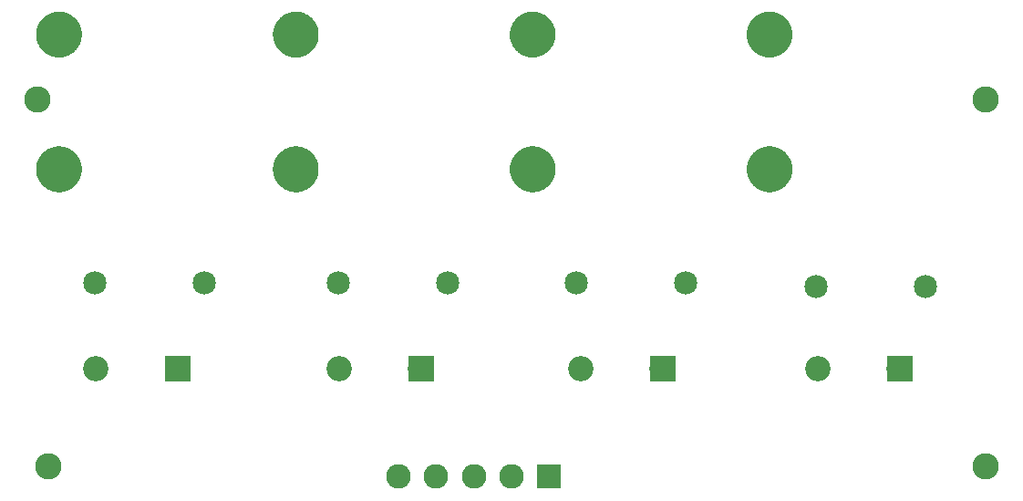
<source format=gbs>
G04 MADE WITH FRITZING*
G04 WWW.FRITZING.ORG*
G04 DOUBLE SIDED*
G04 HOLES PLATED*
G04 CONTOUR ON CENTER OF CONTOUR VECTOR*
%ASAXBY*%
%FSLAX23Y23*%
%MOIN*%
%OFA0B0*%
%SFA1.0B1.0*%
%ADD10C,0.085000*%
%ADD11C,0.092000*%
%ADD12C,0.096614*%
%ADD13C,0.090000*%
%ADD14R,0.092000X0.092000*%
%ADD15R,0.090000X0.090000*%
%ADD16R,0.001000X0.001000*%
%LNMASK0*%
G90*
G70*
G54D10*
X328Y820D03*
X728Y820D03*
X1217Y820D03*
X1617Y820D03*
X2088Y820D03*
X2488Y820D03*
X2966Y805D03*
X3366Y805D03*
G54D11*
X631Y505D03*
X333Y505D03*
X1519Y505D03*
X1221Y505D03*
X3269Y505D03*
X2971Y505D03*
X2403Y505D03*
X2105Y505D03*
G54D12*
X3584Y1489D03*
X119Y1489D03*
X158Y150D03*
X3584Y150D03*
G54D13*
X1989Y111D03*
X1851Y111D03*
X1714Y111D03*
X1576Y111D03*
X1438Y111D03*
G54D14*
X632Y505D03*
X1520Y505D03*
X3270Y505D03*
X2404Y505D03*
G54D15*
X1989Y111D03*
G54D16*
X189Y1809D02*
X206Y1809D01*
X1055Y1809D02*
X1072Y1809D01*
X1921Y1809D02*
X1938Y1809D01*
X2786Y1809D02*
X2804Y1809D01*
X182Y1808D02*
X212Y1808D01*
X1048Y1808D02*
X1078Y1808D01*
X1914Y1808D02*
X1944Y1808D01*
X2780Y1808D02*
X2810Y1808D01*
X178Y1807D02*
X217Y1807D01*
X1044Y1807D02*
X1083Y1807D01*
X1910Y1807D02*
X1949Y1807D01*
X2776Y1807D02*
X2815Y1807D01*
X174Y1806D02*
X221Y1806D01*
X1040Y1806D02*
X1087Y1806D01*
X1906Y1806D02*
X1953Y1806D01*
X2772Y1806D02*
X2819Y1806D01*
X171Y1805D02*
X224Y1805D01*
X1037Y1805D02*
X1090Y1805D01*
X1903Y1805D02*
X1956Y1805D01*
X2769Y1805D02*
X2822Y1805D01*
X168Y1804D02*
X227Y1804D01*
X1034Y1804D02*
X1093Y1804D01*
X1900Y1804D02*
X1959Y1804D01*
X2766Y1804D02*
X2825Y1804D01*
X165Y1803D02*
X229Y1803D01*
X1031Y1803D02*
X1095Y1803D01*
X1897Y1803D02*
X1961Y1803D01*
X2763Y1803D02*
X2827Y1803D01*
X163Y1802D02*
X231Y1802D01*
X1029Y1802D02*
X1097Y1802D01*
X1895Y1802D02*
X1963Y1802D01*
X2761Y1802D02*
X2829Y1802D01*
X161Y1801D02*
X234Y1801D01*
X1027Y1801D02*
X1099Y1801D01*
X1893Y1801D02*
X1965Y1801D01*
X2759Y1801D02*
X2831Y1801D01*
X159Y1800D02*
X236Y1800D01*
X1025Y1800D02*
X1102Y1800D01*
X1891Y1800D02*
X1967Y1800D01*
X2757Y1800D02*
X2833Y1800D01*
X157Y1799D02*
X237Y1799D01*
X1023Y1799D02*
X1103Y1799D01*
X1889Y1799D02*
X1969Y1799D01*
X2755Y1799D02*
X2835Y1799D01*
X156Y1798D02*
X239Y1798D01*
X1022Y1798D02*
X1105Y1798D01*
X1887Y1798D02*
X1971Y1798D01*
X2753Y1798D02*
X2837Y1798D01*
X154Y1797D02*
X241Y1797D01*
X1020Y1797D02*
X1107Y1797D01*
X1886Y1797D02*
X1973Y1797D01*
X2752Y1797D02*
X2839Y1797D01*
X152Y1796D02*
X242Y1796D01*
X1018Y1796D02*
X1108Y1796D01*
X1884Y1796D02*
X1974Y1796D01*
X2750Y1796D02*
X2840Y1796D01*
X151Y1795D02*
X244Y1795D01*
X1017Y1795D02*
X1110Y1795D01*
X1883Y1795D02*
X1976Y1795D01*
X2749Y1795D02*
X2842Y1795D01*
X149Y1794D02*
X245Y1794D01*
X1015Y1794D02*
X1111Y1794D01*
X1881Y1794D02*
X1977Y1794D01*
X2747Y1794D02*
X2843Y1794D01*
X148Y1793D02*
X247Y1793D01*
X1014Y1793D02*
X1113Y1793D01*
X1880Y1793D02*
X1978Y1793D01*
X2746Y1793D02*
X2844Y1793D01*
X147Y1792D02*
X248Y1792D01*
X1013Y1792D02*
X1114Y1792D01*
X1879Y1792D02*
X1980Y1792D01*
X2745Y1792D02*
X2846Y1792D01*
X145Y1791D02*
X249Y1791D01*
X1011Y1791D02*
X1115Y1791D01*
X1877Y1791D02*
X1981Y1791D01*
X2743Y1791D02*
X2847Y1791D01*
X144Y1790D02*
X251Y1790D01*
X1010Y1790D02*
X1116Y1790D01*
X1876Y1790D02*
X1982Y1790D01*
X2742Y1790D02*
X2848Y1790D01*
X143Y1789D02*
X252Y1789D01*
X1009Y1789D02*
X1118Y1789D01*
X1875Y1789D02*
X1984Y1789D01*
X2741Y1789D02*
X2850Y1789D01*
X142Y1788D02*
X253Y1788D01*
X1008Y1788D02*
X1119Y1788D01*
X1874Y1788D02*
X1985Y1788D01*
X2740Y1788D02*
X2851Y1788D01*
X141Y1787D02*
X254Y1787D01*
X1007Y1787D02*
X1120Y1787D01*
X1873Y1787D02*
X1986Y1787D01*
X2739Y1787D02*
X2852Y1787D01*
X140Y1786D02*
X255Y1786D01*
X1006Y1786D02*
X1121Y1786D01*
X1872Y1786D02*
X1987Y1786D01*
X2737Y1786D02*
X2853Y1786D01*
X139Y1785D02*
X256Y1785D01*
X1005Y1785D02*
X1122Y1785D01*
X1870Y1785D02*
X1988Y1785D01*
X2736Y1785D02*
X2854Y1785D01*
X138Y1784D02*
X257Y1784D01*
X1004Y1784D02*
X1123Y1784D01*
X1870Y1784D02*
X1989Y1784D01*
X2735Y1784D02*
X2855Y1784D01*
X137Y1783D02*
X258Y1783D01*
X1003Y1783D02*
X1124Y1783D01*
X1869Y1783D02*
X1990Y1783D01*
X2735Y1783D02*
X2856Y1783D01*
X136Y1782D02*
X259Y1782D01*
X1002Y1782D02*
X1125Y1782D01*
X1868Y1782D02*
X1991Y1782D01*
X2734Y1782D02*
X2857Y1782D01*
X135Y1781D02*
X260Y1781D01*
X1001Y1781D02*
X1126Y1781D01*
X1867Y1781D02*
X1992Y1781D01*
X2733Y1781D02*
X2858Y1781D01*
X134Y1780D02*
X261Y1780D01*
X1000Y1780D02*
X1127Y1780D01*
X1866Y1780D02*
X1992Y1780D01*
X2732Y1780D02*
X2858Y1780D01*
X133Y1779D02*
X261Y1779D01*
X999Y1779D02*
X1127Y1779D01*
X1865Y1779D02*
X1993Y1779D01*
X2731Y1779D02*
X2859Y1779D01*
X132Y1778D02*
X262Y1778D01*
X998Y1778D02*
X1128Y1778D01*
X1864Y1778D02*
X1994Y1778D01*
X2730Y1778D02*
X2860Y1778D01*
X132Y1777D02*
X263Y1777D01*
X998Y1777D02*
X1129Y1777D01*
X1864Y1777D02*
X1995Y1777D01*
X2730Y1777D02*
X2861Y1777D01*
X131Y1776D02*
X264Y1776D01*
X997Y1776D02*
X1130Y1776D01*
X1863Y1776D02*
X1996Y1776D01*
X2729Y1776D02*
X2862Y1776D01*
X130Y1775D02*
X264Y1775D01*
X996Y1775D02*
X1130Y1775D01*
X1862Y1775D02*
X1996Y1775D01*
X2728Y1775D02*
X2862Y1775D01*
X129Y1774D02*
X265Y1774D01*
X995Y1774D02*
X1131Y1774D01*
X1861Y1774D02*
X1997Y1774D01*
X2727Y1774D02*
X2863Y1774D01*
X129Y1773D02*
X266Y1773D01*
X995Y1773D02*
X1132Y1773D01*
X1861Y1773D02*
X1998Y1773D01*
X2727Y1773D02*
X2864Y1773D01*
X128Y1772D02*
X267Y1772D01*
X994Y1772D02*
X1132Y1772D01*
X1860Y1772D02*
X1998Y1772D01*
X2726Y1772D02*
X2864Y1772D01*
X127Y1771D02*
X267Y1771D01*
X993Y1771D02*
X1133Y1771D01*
X1859Y1771D02*
X1999Y1771D01*
X2725Y1771D02*
X2865Y1771D01*
X127Y1770D02*
X268Y1770D01*
X993Y1770D02*
X1134Y1770D01*
X1859Y1770D02*
X2000Y1770D01*
X2725Y1770D02*
X2866Y1770D01*
X126Y1769D02*
X268Y1769D01*
X992Y1769D02*
X1134Y1769D01*
X1858Y1769D02*
X2000Y1769D01*
X2724Y1769D02*
X2866Y1769D01*
X126Y1768D02*
X269Y1768D01*
X992Y1768D02*
X1135Y1768D01*
X1858Y1768D02*
X2001Y1768D01*
X2723Y1768D02*
X2867Y1768D01*
X125Y1767D02*
X270Y1767D01*
X991Y1767D02*
X1136Y1767D01*
X1857Y1767D02*
X2002Y1767D01*
X2723Y1767D02*
X2867Y1767D01*
X124Y1766D02*
X270Y1766D01*
X990Y1766D02*
X1136Y1766D01*
X1856Y1766D02*
X2002Y1766D01*
X2722Y1766D02*
X2868Y1766D01*
X124Y1765D02*
X271Y1765D01*
X990Y1765D02*
X1137Y1765D01*
X1856Y1765D02*
X2003Y1765D01*
X2722Y1765D02*
X2869Y1765D01*
X123Y1764D02*
X271Y1764D01*
X989Y1764D02*
X1137Y1764D01*
X1855Y1764D02*
X2003Y1764D01*
X2721Y1764D02*
X2869Y1764D01*
X123Y1763D02*
X272Y1763D01*
X989Y1763D02*
X1138Y1763D01*
X1855Y1763D02*
X2004Y1763D01*
X2721Y1763D02*
X2870Y1763D01*
X122Y1762D02*
X272Y1762D01*
X988Y1762D02*
X1138Y1762D01*
X1854Y1762D02*
X2004Y1762D01*
X2720Y1762D02*
X2870Y1762D01*
X122Y1761D02*
X273Y1761D01*
X988Y1761D02*
X1139Y1761D01*
X1854Y1761D02*
X2005Y1761D01*
X2720Y1761D02*
X2871Y1761D01*
X121Y1760D02*
X273Y1760D01*
X987Y1760D02*
X1139Y1760D01*
X1853Y1760D02*
X2005Y1760D01*
X2719Y1760D02*
X2871Y1760D01*
X121Y1759D02*
X274Y1759D01*
X987Y1759D02*
X1140Y1759D01*
X1853Y1759D02*
X2006Y1759D01*
X2719Y1759D02*
X2872Y1759D01*
X120Y1758D02*
X274Y1758D01*
X986Y1758D02*
X1140Y1758D01*
X1852Y1758D02*
X2006Y1758D01*
X2718Y1758D02*
X2872Y1758D01*
X120Y1757D02*
X274Y1757D01*
X986Y1757D02*
X1140Y1757D01*
X1852Y1757D02*
X2006Y1757D01*
X2718Y1757D02*
X2872Y1757D01*
X120Y1756D02*
X275Y1756D01*
X986Y1756D02*
X1141Y1756D01*
X1852Y1756D02*
X2007Y1756D01*
X2718Y1756D02*
X2873Y1756D01*
X119Y1755D02*
X275Y1755D01*
X985Y1755D02*
X1141Y1755D01*
X1851Y1755D02*
X2007Y1755D01*
X2717Y1755D02*
X2873Y1755D01*
X119Y1754D02*
X276Y1754D01*
X985Y1754D02*
X1142Y1754D01*
X1851Y1754D02*
X2007Y1754D01*
X2717Y1754D02*
X2873Y1754D01*
X119Y1753D02*
X276Y1753D01*
X985Y1753D02*
X1142Y1753D01*
X1851Y1753D02*
X2008Y1753D01*
X2717Y1753D02*
X2874Y1753D01*
X118Y1752D02*
X276Y1752D01*
X984Y1752D02*
X1142Y1752D01*
X1850Y1752D02*
X2008Y1752D01*
X2716Y1752D02*
X2874Y1752D01*
X118Y1751D02*
X277Y1751D01*
X984Y1751D02*
X1143Y1751D01*
X1850Y1751D02*
X2009Y1751D01*
X2716Y1751D02*
X2874Y1751D01*
X118Y1750D02*
X277Y1750D01*
X984Y1750D02*
X1143Y1750D01*
X1850Y1750D02*
X2009Y1750D01*
X2716Y1750D02*
X2875Y1750D01*
X117Y1749D02*
X277Y1749D01*
X983Y1749D02*
X1143Y1749D01*
X1849Y1749D02*
X2009Y1749D01*
X2715Y1749D02*
X2875Y1749D01*
X117Y1748D02*
X277Y1748D01*
X983Y1748D02*
X1143Y1748D01*
X1849Y1748D02*
X2009Y1748D01*
X2715Y1748D02*
X2875Y1748D01*
X117Y1747D02*
X278Y1747D01*
X983Y1747D02*
X1144Y1747D01*
X1849Y1747D02*
X2010Y1747D01*
X2715Y1747D02*
X2876Y1747D01*
X117Y1746D02*
X278Y1746D01*
X983Y1746D02*
X1144Y1746D01*
X1849Y1746D02*
X2010Y1746D01*
X2715Y1746D02*
X2876Y1746D01*
X116Y1745D02*
X278Y1745D01*
X982Y1745D02*
X1144Y1745D01*
X1848Y1745D02*
X2010Y1745D01*
X2714Y1745D02*
X2876Y1745D01*
X116Y1744D02*
X278Y1744D01*
X982Y1744D02*
X1144Y1744D01*
X1848Y1744D02*
X2010Y1744D01*
X2714Y1744D02*
X2876Y1744D01*
X116Y1743D02*
X279Y1743D01*
X982Y1743D02*
X1145Y1743D01*
X1848Y1743D02*
X2011Y1743D01*
X2714Y1743D02*
X2877Y1743D01*
X116Y1742D02*
X279Y1742D01*
X982Y1742D02*
X1145Y1742D01*
X1848Y1742D02*
X2011Y1742D01*
X2714Y1742D02*
X2877Y1742D01*
X116Y1741D02*
X279Y1741D01*
X982Y1741D02*
X1145Y1741D01*
X1848Y1741D02*
X2011Y1741D01*
X2713Y1741D02*
X2877Y1741D01*
X115Y1740D02*
X279Y1740D01*
X981Y1740D02*
X1145Y1740D01*
X1847Y1740D02*
X2011Y1740D01*
X2713Y1740D02*
X2877Y1740D01*
X115Y1739D02*
X279Y1739D01*
X981Y1739D02*
X1145Y1739D01*
X1847Y1739D02*
X2011Y1739D01*
X2713Y1739D02*
X2877Y1739D01*
X115Y1738D02*
X279Y1738D01*
X981Y1738D02*
X1145Y1738D01*
X1847Y1738D02*
X2011Y1738D01*
X2713Y1738D02*
X2877Y1738D01*
X115Y1737D02*
X280Y1737D01*
X981Y1737D02*
X1146Y1737D01*
X1847Y1737D02*
X2012Y1737D01*
X2713Y1737D02*
X2877Y1737D01*
X115Y1736D02*
X280Y1736D01*
X981Y1736D02*
X1146Y1736D01*
X1847Y1736D02*
X2012Y1736D01*
X2713Y1736D02*
X2878Y1736D01*
X115Y1735D02*
X280Y1735D01*
X981Y1735D02*
X1146Y1735D01*
X1847Y1735D02*
X2012Y1735D01*
X2713Y1735D02*
X2878Y1735D01*
X115Y1734D02*
X280Y1734D01*
X980Y1734D02*
X1146Y1734D01*
X1846Y1734D02*
X2012Y1734D01*
X2712Y1734D02*
X2878Y1734D01*
X114Y1733D02*
X280Y1733D01*
X980Y1733D02*
X1146Y1733D01*
X1846Y1733D02*
X2012Y1733D01*
X2712Y1733D02*
X2878Y1733D01*
X114Y1732D02*
X280Y1732D01*
X980Y1732D02*
X1146Y1732D01*
X1846Y1732D02*
X2012Y1732D01*
X2712Y1732D02*
X2878Y1732D01*
X114Y1731D02*
X280Y1731D01*
X980Y1731D02*
X1146Y1731D01*
X1846Y1731D02*
X2012Y1731D01*
X2712Y1731D02*
X2878Y1731D01*
X114Y1730D02*
X280Y1730D01*
X980Y1730D02*
X1146Y1730D01*
X1846Y1730D02*
X2012Y1730D01*
X2712Y1730D02*
X2878Y1730D01*
X114Y1729D02*
X280Y1729D01*
X980Y1729D02*
X1146Y1729D01*
X1846Y1729D02*
X2012Y1729D01*
X2712Y1729D02*
X2878Y1729D01*
X114Y1728D02*
X280Y1728D01*
X980Y1728D02*
X1146Y1728D01*
X1846Y1728D02*
X2012Y1728D01*
X2712Y1728D02*
X2878Y1728D01*
X114Y1727D02*
X280Y1727D01*
X980Y1727D02*
X1146Y1727D01*
X1846Y1727D02*
X2012Y1727D01*
X2712Y1727D02*
X2878Y1727D01*
X114Y1726D02*
X281Y1726D01*
X980Y1726D02*
X1146Y1726D01*
X1846Y1726D02*
X2012Y1726D01*
X2712Y1726D02*
X2878Y1726D01*
X114Y1725D02*
X281Y1725D01*
X980Y1725D02*
X1146Y1725D01*
X1846Y1725D02*
X2012Y1725D01*
X2712Y1725D02*
X2878Y1725D01*
X114Y1724D02*
X280Y1724D01*
X980Y1724D02*
X1146Y1724D01*
X1846Y1724D02*
X2012Y1724D01*
X2712Y1724D02*
X2878Y1724D01*
X114Y1723D02*
X280Y1723D01*
X980Y1723D02*
X1146Y1723D01*
X1846Y1723D02*
X2012Y1723D01*
X2712Y1723D02*
X2878Y1723D01*
X114Y1722D02*
X280Y1722D01*
X980Y1722D02*
X1146Y1722D01*
X1846Y1722D02*
X2012Y1722D01*
X2712Y1722D02*
X2878Y1722D01*
X114Y1721D02*
X280Y1721D01*
X980Y1721D02*
X1146Y1721D01*
X1846Y1721D02*
X2012Y1721D01*
X2712Y1721D02*
X2878Y1721D01*
X114Y1720D02*
X280Y1720D01*
X980Y1720D02*
X1146Y1720D01*
X1846Y1720D02*
X2012Y1720D01*
X2712Y1720D02*
X2878Y1720D01*
X114Y1719D02*
X280Y1719D01*
X980Y1719D02*
X1146Y1719D01*
X1846Y1719D02*
X2012Y1719D01*
X2712Y1719D02*
X2878Y1719D01*
X115Y1718D02*
X280Y1718D01*
X980Y1718D02*
X1146Y1718D01*
X1846Y1718D02*
X2012Y1718D01*
X2712Y1718D02*
X2878Y1718D01*
X115Y1717D02*
X280Y1717D01*
X981Y1717D02*
X1146Y1717D01*
X1847Y1717D02*
X2012Y1717D01*
X2713Y1717D02*
X2878Y1717D01*
X115Y1716D02*
X280Y1716D01*
X981Y1716D02*
X1146Y1716D01*
X1847Y1716D02*
X2012Y1716D01*
X2713Y1716D02*
X2878Y1716D01*
X115Y1715D02*
X280Y1715D01*
X981Y1715D02*
X1146Y1715D01*
X1847Y1715D02*
X2012Y1715D01*
X2713Y1715D02*
X2878Y1715D01*
X115Y1714D02*
X279Y1714D01*
X981Y1714D02*
X1145Y1714D01*
X1847Y1714D02*
X2011Y1714D01*
X2713Y1714D02*
X2877Y1714D01*
X115Y1713D02*
X279Y1713D01*
X981Y1713D02*
X1145Y1713D01*
X1847Y1713D02*
X2011Y1713D01*
X2713Y1713D02*
X2877Y1713D01*
X115Y1712D02*
X279Y1712D01*
X981Y1712D02*
X1145Y1712D01*
X1847Y1712D02*
X2011Y1712D01*
X2713Y1712D02*
X2877Y1712D01*
X116Y1711D02*
X279Y1711D01*
X982Y1711D02*
X1145Y1711D01*
X1847Y1711D02*
X2011Y1711D01*
X2713Y1711D02*
X2877Y1711D01*
X116Y1710D02*
X279Y1710D01*
X982Y1710D02*
X1145Y1710D01*
X1848Y1710D02*
X2011Y1710D01*
X2714Y1710D02*
X2877Y1710D01*
X116Y1709D02*
X279Y1709D01*
X982Y1709D02*
X1145Y1709D01*
X1848Y1709D02*
X2011Y1709D01*
X2714Y1709D02*
X2877Y1709D01*
X116Y1708D02*
X278Y1708D01*
X982Y1708D02*
X1144Y1708D01*
X1848Y1708D02*
X2010Y1708D01*
X2714Y1708D02*
X2876Y1708D01*
X116Y1707D02*
X278Y1707D01*
X982Y1707D02*
X1144Y1707D01*
X1848Y1707D02*
X2010Y1707D01*
X2714Y1707D02*
X2876Y1707D01*
X117Y1706D02*
X278Y1706D01*
X983Y1706D02*
X1144Y1706D01*
X1849Y1706D02*
X2010Y1706D01*
X2715Y1706D02*
X2876Y1706D01*
X117Y1705D02*
X278Y1705D01*
X983Y1705D02*
X1144Y1705D01*
X1849Y1705D02*
X2010Y1705D01*
X2715Y1705D02*
X2876Y1705D01*
X117Y1704D02*
X277Y1704D01*
X983Y1704D02*
X1143Y1704D01*
X1849Y1704D02*
X2009Y1704D01*
X2715Y1704D02*
X2875Y1704D01*
X117Y1703D02*
X277Y1703D01*
X983Y1703D02*
X1143Y1703D01*
X1849Y1703D02*
X2009Y1703D01*
X2715Y1703D02*
X2875Y1703D01*
X118Y1702D02*
X277Y1702D01*
X984Y1702D02*
X1143Y1702D01*
X1850Y1702D02*
X2009Y1702D01*
X2716Y1702D02*
X2875Y1702D01*
X118Y1701D02*
X277Y1701D01*
X984Y1701D02*
X1143Y1701D01*
X1850Y1701D02*
X2009Y1701D01*
X2716Y1701D02*
X2875Y1701D01*
X118Y1700D02*
X276Y1700D01*
X984Y1700D02*
X1142Y1700D01*
X1850Y1700D02*
X2008Y1700D01*
X2716Y1700D02*
X2874Y1700D01*
X119Y1699D02*
X276Y1699D01*
X985Y1699D02*
X1142Y1699D01*
X1851Y1699D02*
X2008Y1699D01*
X2716Y1699D02*
X2874Y1699D01*
X119Y1698D02*
X276Y1698D01*
X985Y1698D02*
X1142Y1698D01*
X1851Y1698D02*
X2008Y1698D01*
X2717Y1698D02*
X2873Y1698D01*
X119Y1697D02*
X275Y1697D01*
X985Y1697D02*
X1141Y1697D01*
X1851Y1697D02*
X2007Y1697D01*
X2717Y1697D02*
X2873Y1697D01*
X120Y1696D02*
X275Y1696D01*
X986Y1696D02*
X1141Y1696D01*
X1852Y1696D02*
X2007Y1696D01*
X2718Y1696D02*
X2873Y1696D01*
X120Y1695D02*
X275Y1695D01*
X986Y1695D02*
X1140Y1695D01*
X1852Y1695D02*
X2006Y1695D01*
X2718Y1695D02*
X2872Y1695D01*
X120Y1694D02*
X274Y1694D01*
X986Y1694D02*
X1140Y1694D01*
X1852Y1694D02*
X2006Y1694D01*
X2718Y1694D02*
X2872Y1694D01*
X121Y1693D02*
X274Y1693D01*
X987Y1693D02*
X1140Y1693D01*
X1853Y1693D02*
X2006Y1693D01*
X2719Y1693D02*
X2872Y1693D01*
X121Y1692D02*
X273Y1692D01*
X987Y1692D02*
X1139Y1692D01*
X1853Y1692D02*
X2005Y1692D01*
X2719Y1692D02*
X2871Y1692D01*
X122Y1691D02*
X273Y1691D01*
X988Y1691D02*
X1139Y1691D01*
X1854Y1691D02*
X2005Y1691D01*
X2720Y1691D02*
X2871Y1691D01*
X122Y1690D02*
X272Y1690D01*
X988Y1690D02*
X1138Y1690D01*
X1854Y1690D02*
X2004Y1690D01*
X2720Y1690D02*
X2870Y1690D01*
X123Y1689D02*
X272Y1689D01*
X989Y1689D02*
X1138Y1689D01*
X1855Y1689D02*
X2004Y1689D01*
X2721Y1689D02*
X2870Y1689D01*
X123Y1688D02*
X271Y1688D01*
X989Y1688D02*
X1137Y1688D01*
X1855Y1688D02*
X2003Y1688D01*
X2721Y1688D02*
X2869Y1688D01*
X124Y1687D02*
X271Y1687D01*
X990Y1687D02*
X1137Y1687D01*
X1856Y1687D02*
X2003Y1687D01*
X2722Y1687D02*
X2869Y1687D01*
X124Y1686D02*
X270Y1686D01*
X990Y1686D02*
X1136Y1686D01*
X1856Y1686D02*
X2002Y1686D01*
X2722Y1686D02*
X2868Y1686D01*
X125Y1685D02*
X270Y1685D01*
X991Y1685D02*
X1136Y1685D01*
X1857Y1685D02*
X2002Y1685D01*
X2723Y1685D02*
X2868Y1685D01*
X125Y1684D02*
X269Y1684D01*
X991Y1684D02*
X1135Y1684D01*
X1857Y1684D02*
X2001Y1684D01*
X2723Y1684D02*
X2867Y1684D01*
X126Y1683D02*
X269Y1683D01*
X992Y1683D02*
X1134Y1683D01*
X1858Y1683D02*
X2000Y1683D01*
X2724Y1683D02*
X2866Y1683D01*
X127Y1682D02*
X268Y1682D01*
X993Y1682D02*
X1134Y1682D01*
X1859Y1682D02*
X2000Y1682D01*
X2725Y1682D02*
X2866Y1682D01*
X127Y1681D02*
X267Y1681D01*
X993Y1681D02*
X1133Y1681D01*
X1859Y1681D02*
X1999Y1681D01*
X2725Y1681D02*
X2865Y1681D01*
X128Y1680D02*
X267Y1680D01*
X994Y1680D02*
X1133Y1680D01*
X1860Y1680D02*
X1999Y1680D01*
X2726Y1680D02*
X2865Y1680D01*
X129Y1679D02*
X266Y1679D01*
X995Y1679D02*
X1132Y1679D01*
X1860Y1679D02*
X1998Y1679D01*
X2726Y1679D02*
X2864Y1679D01*
X129Y1678D02*
X265Y1678D01*
X995Y1678D02*
X1131Y1678D01*
X1861Y1678D02*
X1997Y1678D01*
X2727Y1678D02*
X2863Y1678D01*
X130Y1677D02*
X265Y1677D01*
X996Y1677D02*
X1131Y1677D01*
X1862Y1677D02*
X1996Y1677D01*
X2728Y1677D02*
X2862Y1677D01*
X131Y1676D02*
X264Y1676D01*
X997Y1676D02*
X1130Y1676D01*
X1863Y1676D02*
X1996Y1676D01*
X2729Y1676D02*
X2862Y1676D01*
X132Y1675D02*
X263Y1675D01*
X997Y1675D02*
X1129Y1675D01*
X1863Y1675D02*
X1995Y1675D01*
X2729Y1675D02*
X2861Y1675D01*
X132Y1674D02*
X262Y1674D01*
X998Y1674D02*
X1128Y1674D01*
X1864Y1674D02*
X1994Y1674D01*
X2730Y1674D02*
X2860Y1674D01*
X133Y1673D02*
X262Y1673D01*
X999Y1673D02*
X1128Y1673D01*
X1865Y1673D02*
X1993Y1673D01*
X2731Y1673D02*
X2859Y1673D01*
X134Y1672D02*
X261Y1672D01*
X1000Y1672D02*
X1127Y1672D01*
X1866Y1672D02*
X1993Y1672D01*
X2732Y1672D02*
X2859Y1672D01*
X135Y1671D02*
X260Y1671D01*
X1001Y1671D02*
X1126Y1671D01*
X1867Y1671D02*
X1992Y1671D01*
X2733Y1671D02*
X2858Y1671D01*
X136Y1670D02*
X259Y1670D01*
X1002Y1670D02*
X1125Y1670D01*
X1868Y1670D02*
X1991Y1670D01*
X2734Y1670D02*
X2857Y1670D01*
X137Y1669D02*
X258Y1669D01*
X1002Y1669D02*
X1124Y1669D01*
X1868Y1669D02*
X1990Y1669D01*
X2734Y1669D02*
X2856Y1669D01*
X137Y1668D02*
X257Y1668D01*
X1003Y1668D02*
X1123Y1668D01*
X1869Y1668D02*
X1989Y1668D01*
X2735Y1668D02*
X2855Y1668D01*
X138Y1667D02*
X256Y1667D01*
X1004Y1667D02*
X1122Y1667D01*
X1870Y1667D02*
X1988Y1667D01*
X2736Y1667D02*
X2854Y1667D01*
X139Y1666D02*
X255Y1666D01*
X1005Y1666D02*
X1121Y1666D01*
X1871Y1666D02*
X1987Y1666D01*
X2737Y1666D02*
X2853Y1666D01*
X140Y1665D02*
X254Y1665D01*
X1006Y1665D02*
X1120Y1665D01*
X1872Y1665D02*
X1986Y1665D01*
X2738Y1665D02*
X2852Y1665D01*
X142Y1664D02*
X253Y1664D01*
X1008Y1664D02*
X1119Y1664D01*
X1874Y1664D02*
X1985Y1664D01*
X2739Y1664D02*
X2851Y1664D01*
X143Y1663D02*
X252Y1663D01*
X1009Y1663D02*
X1118Y1663D01*
X1875Y1663D02*
X1984Y1663D01*
X2741Y1663D02*
X2850Y1663D01*
X144Y1662D02*
X251Y1662D01*
X1010Y1662D02*
X1117Y1662D01*
X1876Y1662D02*
X1983Y1662D01*
X2742Y1662D02*
X2849Y1662D01*
X145Y1661D02*
X250Y1661D01*
X1011Y1661D02*
X1115Y1661D01*
X1877Y1661D02*
X1981Y1661D01*
X2743Y1661D02*
X2847Y1661D01*
X146Y1660D02*
X248Y1660D01*
X1012Y1660D02*
X1114Y1660D01*
X1878Y1660D02*
X1980Y1660D01*
X2744Y1660D02*
X2846Y1660D01*
X148Y1659D02*
X247Y1659D01*
X1014Y1659D02*
X1113Y1659D01*
X1880Y1659D02*
X1979Y1659D01*
X2746Y1659D02*
X2845Y1659D01*
X149Y1658D02*
X245Y1658D01*
X1015Y1658D02*
X1111Y1658D01*
X1881Y1658D02*
X1977Y1658D01*
X2747Y1658D02*
X2843Y1658D01*
X150Y1657D02*
X244Y1657D01*
X1016Y1657D02*
X1110Y1657D01*
X1882Y1657D02*
X1976Y1657D01*
X2748Y1657D02*
X2842Y1657D01*
X152Y1656D02*
X243Y1656D01*
X1018Y1656D02*
X1109Y1656D01*
X1884Y1656D02*
X1975Y1656D01*
X2750Y1656D02*
X2841Y1656D01*
X154Y1655D02*
X241Y1655D01*
X1020Y1655D02*
X1107Y1655D01*
X1886Y1655D02*
X1973Y1655D01*
X2751Y1655D02*
X2839Y1655D01*
X155Y1654D02*
X239Y1654D01*
X1021Y1654D02*
X1105Y1654D01*
X1887Y1654D02*
X1971Y1654D01*
X2753Y1654D02*
X2837Y1654D01*
X157Y1653D02*
X238Y1653D01*
X1023Y1653D02*
X1104Y1653D01*
X1889Y1653D02*
X1970Y1653D01*
X2755Y1653D02*
X2836Y1653D01*
X159Y1652D02*
X236Y1652D01*
X1025Y1652D02*
X1102Y1652D01*
X1891Y1652D02*
X1968Y1652D01*
X2756Y1652D02*
X2834Y1652D01*
X161Y1651D02*
X234Y1651D01*
X1027Y1651D02*
X1100Y1651D01*
X1893Y1651D02*
X1966Y1651D01*
X2759Y1651D02*
X2832Y1651D01*
X163Y1650D02*
X232Y1650D01*
X1029Y1650D02*
X1098Y1650D01*
X1895Y1650D02*
X1964Y1650D01*
X2761Y1650D02*
X2830Y1650D01*
X165Y1649D02*
X230Y1649D01*
X1031Y1649D02*
X1096Y1649D01*
X1897Y1649D02*
X1962Y1649D01*
X2763Y1649D02*
X2828Y1649D01*
X167Y1648D02*
X227Y1648D01*
X1033Y1648D02*
X1093Y1648D01*
X1899Y1648D02*
X1959Y1648D01*
X2765Y1648D02*
X2825Y1648D01*
X170Y1647D02*
X224Y1647D01*
X1036Y1647D02*
X1090Y1647D01*
X1902Y1647D02*
X1956Y1647D01*
X2768Y1647D02*
X2822Y1647D01*
X173Y1646D02*
X222Y1646D01*
X1039Y1646D02*
X1088Y1646D01*
X1905Y1646D02*
X1953Y1646D01*
X2771Y1646D02*
X2819Y1646D01*
X177Y1645D02*
X218Y1645D01*
X1043Y1645D02*
X1084Y1645D01*
X1909Y1645D02*
X1950Y1645D01*
X2775Y1645D02*
X2816Y1645D01*
X181Y1644D02*
X214Y1644D01*
X1047Y1644D02*
X1080Y1644D01*
X1913Y1644D02*
X1946Y1644D01*
X2779Y1644D02*
X2812Y1644D01*
X187Y1643D02*
X207Y1643D01*
X1053Y1643D02*
X1073Y1643D01*
X1919Y1643D02*
X1939Y1643D01*
X2785Y1643D02*
X2805Y1643D01*
X188Y1317D02*
X206Y1317D01*
X1054Y1317D02*
X1072Y1317D01*
X1920Y1317D02*
X1938Y1317D01*
X2786Y1317D02*
X2804Y1317D01*
X182Y1316D02*
X213Y1316D01*
X1048Y1316D02*
X1079Y1316D01*
X1914Y1316D02*
X1945Y1316D01*
X2780Y1316D02*
X2811Y1316D01*
X178Y1315D02*
X217Y1315D01*
X1043Y1315D02*
X1083Y1315D01*
X1909Y1315D02*
X1949Y1315D01*
X2775Y1315D02*
X2815Y1315D01*
X174Y1314D02*
X221Y1314D01*
X1040Y1314D02*
X1087Y1314D01*
X1905Y1314D02*
X1953Y1314D01*
X2771Y1314D02*
X2819Y1314D01*
X171Y1313D02*
X224Y1313D01*
X1036Y1313D02*
X1090Y1313D01*
X1902Y1313D02*
X1956Y1313D01*
X2768Y1313D02*
X2822Y1313D01*
X168Y1312D02*
X227Y1312D01*
X1034Y1312D02*
X1093Y1312D01*
X1900Y1312D02*
X1959Y1312D01*
X2766Y1312D02*
X2825Y1312D01*
X165Y1311D02*
X230Y1311D01*
X1031Y1311D02*
X1096Y1311D01*
X1897Y1311D02*
X1961Y1311D01*
X2763Y1311D02*
X2827Y1311D01*
X163Y1310D02*
X232Y1310D01*
X1029Y1310D02*
X1098Y1310D01*
X1895Y1310D02*
X1964Y1310D01*
X2761Y1310D02*
X2830Y1310D01*
X161Y1309D02*
X234Y1309D01*
X1027Y1309D02*
X1100Y1309D01*
X1893Y1309D02*
X1966Y1309D01*
X2759Y1309D02*
X2832Y1309D01*
X159Y1308D02*
X236Y1308D01*
X1025Y1308D02*
X1102Y1308D01*
X1891Y1308D02*
X1968Y1308D01*
X2757Y1308D02*
X2834Y1308D01*
X157Y1307D02*
X238Y1307D01*
X1023Y1307D02*
X1103Y1307D01*
X1889Y1307D02*
X1969Y1307D01*
X2755Y1307D02*
X2835Y1307D01*
X155Y1306D02*
X239Y1306D01*
X1021Y1306D02*
X1105Y1306D01*
X1887Y1306D02*
X1971Y1306D01*
X2753Y1306D02*
X2837Y1306D01*
X154Y1305D02*
X241Y1305D01*
X1020Y1305D02*
X1107Y1305D01*
X1886Y1305D02*
X1973Y1305D01*
X2752Y1305D02*
X2839Y1305D01*
X152Y1304D02*
X242Y1304D01*
X1018Y1304D02*
X1108Y1304D01*
X1884Y1304D02*
X1974Y1304D01*
X2750Y1304D02*
X2840Y1304D01*
X151Y1303D02*
X244Y1303D01*
X1017Y1303D02*
X1110Y1303D01*
X1883Y1303D02*
X1976Y1303D01*
X2749Y1303D02*
X2842Y1303D01*
X149Y1302D02*
X245Y1302D01*
X1015Y1302D02*
X1111Y1302D01*
X1881Y1302D02*
X1977Y1302D01*
X2747Y1302D02*
X2843Y1302D01*
X148Y1301D02*
X247Y1301D01*
X1014Y1301D02*
X1113Y1301D01*
X1880Y1301D02*
X1979Y1301D01*
X2746Y1301D02*
X2845Y1301D01*
X147Y1300D02*
X248Y1300D01*
X1013Y1300D02*
X1114Y1300D01*
X1878Y1300D02*
X1980Y1300D01*
X2744Y1300D02*
X2846Y1300D01*
X145Y1299D02*
X249Y1299D01*
X1011Y1299D02*
X1115Y1299D01*
X1877Y1299D02*
X1981Y1299D01*
X2743Y1299D02*
X2847Y1299D01*
X144Y1298D02*
X251Y1298D01*
X1010Y1298D02*
X1117Y1298D01*
X1876Y1298D02*
X1983Y1298D01*
X2742Y1298D02*
X2848Y1298D01*
X143Y1297D02*
X252Y1297D01*
X1009Y1297D02*
X1118Y1297D01*
X1875Y1297D02*
X1984Y1297D01*
X2741Y1297D02*
X2850Y1297D01*
X142Y1296D02*
X253Y1296D01*
X1008Y1296D02*
X1119Y1296D01*
X1874Y1296D02*
X1985Y1296D01*
X2740Y1296D02*
X2851Y1296D01*
X141Y1295D02*
X254Y1295D01*
X1007Y1295D02*
X1120Y1295D01*
X1873Y1295D02*
X1986Y1295D01*
X2739Y1295D02*
X2852Y1295D01*
X140Y1294D02*
X255Y1294D01*
X1005Y1294D02*
X1121Y1294D01*
X1871Y1294D02*
X1987Y1294D01*
X2737Y1294D02*
X2853Y1294D01*
X138Y1293D02*
X256Y1293D01*
X1004Y1293D02*
X1122Y1293D01*
X1870Y1293D02*
X1988Y1293D01*
X2736Y1293D02*
X2854Y1293D01*
X138Y1292D02*
X257Y1292D01*
X1004Y1292D02*
X1123Y1292D01*
X1869Y1292D02*
X1989Y1292D01*
X2735Y1292D02*
X2855Y1292D01*
X137Y1291D02*
X258Y1291D01*
X1003Y1291D02*
X1124Y1291D01*
X1869Y1291D02*
X1990Y1291D01*
X2735Y1291D02*
X2856Y1291D01*
X136Y1290D02*
X259Y1290D01*
X1002Y1290D02*
X1125Y1290D01*
X1868Y1290D02*
X1991Y1290D01*
X2734Y1290D02*
X2857Y1290D01*
X135Y1289D02*
X260Y1289D01*
X1001Y1289D02*
X1126Y1289D01*
X1867Y1289D02*
X1992Y1289D01*
X2733Y1289D02*
X2858Y1289D01*
X134Y1288D02*
X261Y1288D01*
X1000Y1288D02*
X1127Y1288D01*
X1866Y1288D02*
X1993Y1288D01*
X2732Y1288D02*
X2859Y1288D01*
X133Y1287D02*
X261Y1287D01*
X999Y1287D02*
X1127Y1287D01*
X1865Y1287D02*
X1993Y1287D01*
X2731Y1287D02*
X2859Y1287D01*
X132Y1286D02*
X262Y1286D01*
X998Y1286D02*
X1128Y1286D01*
X1864Y1286D02*
X1994Y1286D01*
X2730Y1286D02*
X2860Y1286D01*
X132Y1285D02*
X263Y1285D01*
X998Y1285D02*
X1129Y1285D01*
X1864Y1285D02*
X1995Y1285D01*
X2730Y1285D02*
X2861Y1285D01*
X131Y1284D02*
X264Y1284D01*
X997Y1284D02*
X1130Y1284D01*
X1863Y1284D02*
X1996Y1284D01*
X2729Y1284D02*
X2862Y1284D01*
X130Y1283D02*
X264Y1283D01*
X996Y1283D02*
X1130Y1283D01*
X1862Y1283D02*
X1996Y1283D01*
X2728Y1283D02*
X2862Y1283D01*
X129Y1282D02*
X265Y1282D01*
X995Y1282D02*
X1131Y1282D01*
X1861Y1282D02*
X1997Y1282D01*
X2727Y1282D02*
X2863Y1282D01*
X129Y1281D02*
X266Y1281D01*
X995Y1281D02*
X1132Y1281D01*
X1861Y1281D02*
X1998Y1281D01*
X2727Y1281D02*
X2864Y1281D01*
X128Y1280D02*
X267Y1280D01*
X994Y1280D02*
X1133Y1280D01*
X1860Y1280D02*
X1998Y1280D01*
X2726Y1280D02*
X2864Y1280D01*
X127Y1279D02*
X267Y1279D01*
X993Y1279D02*
X1133Y1279D01*
X1859Y1279D02*
X1999Y1279D01*
X2725Y1279D02*
X2865Y1279D01*
X127Y1278D02*
X268Y1278D01*
X993Y1278D02*
X1134Y1278D01*
X1859Y1278D02*
X2000Y1278D01*
X2725Y1278D02*
X2866Y1278D01*
X126Y1277D02*
X268Y1277D01*
X992Y1277D02*
X1134Y1277D01*
X1858Y1277D02*
X2000Y1277D01*
X2724Y1277D02*
X2866Y1277D01*
X126Y1276D02*
X269Y1276D01*
X992Y1276D02*
X1135Y1276D01*
X1857Y1276D02*
X2001Y1276D01*
X2723Y1276D02*
X2867Y1276D01*
X125Y1275D02*
X270Y1275D01*
X991Y1275D02*
X1136Y1275D01*
X1857Y1275D02*
X2002Y1275D01*
X2723Y1275D02*
X2868Y1275D01*
X124Y1274D02*
X270Y1274D01*
X990Y1274D02*
X1136Y1274D01*
X1856Y1274D02*
X2002Y1274D01*
X2722Y1274D02*
X2868Y1274D01*
X124Y1273D02*
X271Y1273D01*
X990Y1273D02*
X1137Y1273D01*
X1856Y1273D02*
X2003Y1273D01*
X2722Y1273D02*
X2869Y1273D01*
X123Y1272D02*
X271Y1272D01*
X989Y1272D02*
X1137Y1272D01*
X1855Y1272D02*
X2003Y1272D01*
X2721Y1272D02*
X2869Y1272D01*
X123Y1271D02*
X272Y1271D01*
X989Y1271D02*
X1138Y1271D01*
X1855Y1271D02*
X2004Y1271D01*
X2721Y1271D02*
X2870Y1271D01*
X122Y1270D02*
X272Y1270D01*
X988Y1270D02*
X1138Y1270D01*
X1854Y1270D02*
X2004Y1270D01*
X2720Y1270D02*
X2870Y1270D01*
X122Y1269D02*
X273Y1269D01*
X988Y1269D02*
X1139Y1269D01*
X1854Y1269D02*
X2005Y1269D01*
X2720Y1269D02*
X2871Y1269D01*
X121Y1268D02*
X273Y1268D01*
X987Y1268D02*
X1139Y1268D01*
X1853Y1268D02*
X2005Y1268D01*
X2719Y1268D02*
X2871Y1268D01*
X121Y1267D02*
X274Y1267D01*
X987Y1267D02*
X1140Y1267D01*
X1853Y1267D02*
X2006Y1267D01*
X2719Y1267D02*
X2872Y1267D01*
X120Y1266D02*
X274Y1266D01*
X986Y1266D02*
X1140Y1266D01*
X1852Y1266D02*
X2006Y1266D01*
X2718Y1266D02*
X2872Y1266D01*
X120Y1265D02*
X274Y1265D01*
X986Y1265D02*
X1140Y1265D01*
X1852Y1265D02*
X2006Y1265D01*
X2718Y1265D02*
X2872Y1265D01*
X120Y1264D02*
X275Y1264D01*
X986Y1264D02*
X1141Y1264D01*
X1852Y1264D02*
X2007Y1264D01*
X2718Y1264D02*
X2873Y1264D01*
X119Y1263D02*
X275Y1263D01*
X985Y1263D02*
X1141Y1263D01*
X1851Y1263D02*
X2007Y1263D01*
X2717Y1263D02*
X2873Y1263D01*
X119Y1262D02*
X276Y1262D01*
X985Y1262D02*
X1142Y1262D01*
X1851Y1262D02*
X2007Y1262D01*
X2717Y1262D02*
X2873Y1262D01*
X119Y1261D02*
X276Y1261D01*
X985Y1261D02*
X1142Y1261D01*
X1851Y1261D02*
X2008Y1261D01*
X2717Y1261D02*
X2874Y1261D01*
X118Y1260D02*
X276Y1260D01*
X984Y1260D02*
X1142Y1260D01*
X1850Y1260D02*
X2008Y1260D01*
X2716Y1260D02*
X2874Y1260D01*
X118Y1259D02*
X277Y1259D01*
X984Y1259D02*
X1143Y1259D01*
X1850Y1259D02*
X2009Y1259D01*
X2716Y1259D02*
X2875Y1259D01*
X118Y1258D02*
X277Y1258D01*
X984Y1258D02*
X1143Y1258D01*
X1850Y1258D02*
X2009Y1258D01*
X2716Y1258D02*
X2875Y1258D01*
X117Y1257D02*
X277Y1257D01*
X983Y1257D02*
X1143Y1257D01*
X1849Y1257D02*
X2009Y1257D01*
X2715Y1257D02*
X2875Y1257D01*
X117Y1256D02*
X277Y1256D01*
X983Y1256D02*
X1143Y1256D01*
X1849Y1256D02*
X2009Y1256D01*
X2715Y1256D02*
X2875Y1256D01*
X117Y1255D02*
X278Y1255D01*
X983Y1255D02*
X1144Y1255D01*
X1849Y1255D02*
X2010Y1255D01*
X2715Y1255D02*
X2876Y1255D01*
X117Y1254D02*
X278Y1254D01*
X983Y1254D02*
X1144Y1254D01*
X1849Y1254D02*
X2010Y1254D01*
X2715Y1254D02*
X2876Y1254D01*
X116Y1253D02*
X278Y1253D01*
X982Y1253D02*
X1144Y1253D01*
X1848Y1253D02*
X2010Y1253D01*
X2714Y1253D02*
X2876Y1253D01*
X116Y1252D02*
X278Y1252D01*
X982Y1252D02*
X1144Y1252D01*
X1848Y1252D02*
X2010Y1252D01*
X2714Y1252D02*
X2876Y1252D01*
X116Y1251D02*
X279Y1251D01*
X982Y1251D02*
X1145Y1251D01*
X1848Y1251D02*
X2011Y1251D01*
X2714Y1251D02*
X2877Y1251D01*
X116Y1250D02*
X279Y1250D01*
X982Y1250D02*
X1145Y1250D01*
X1848Y1250D02*
X2011Y1250D01*
X2714Y1250D02*
X2877Y1250D01*
X116Y1249D02*
X279Y1249D01*
X982Y1249D02*
X1145Y1249D01*
X1848Y1249D02*
X2011Y1249D01*
X2713Y1249D02*
X2877Y1249D01*
X115Y1248D02*
X279Y1248D01*
X981Y1248D02*
X1145Y1248D01*
X1847Y1248D02*
X2011Y1248D01*
X2713Y1248D02*
X2877Y1248D01*
X115Y1247D02*
X279Y1247D01*
X981Y1247D02*
X1145Y1247D01*
X1847Y1247D02*
X2011Y1247D01*
X2713Y1247D02*
X2877Y1247D01*
X115Y1246D02*
X279Y1246D01*
X981Y1246D02*
X1145Y1246D01*
X1847Y1246D02*
X2011Y1246D01*
X2713Y1246D02*
X2877Y1246D01*
X115Y1245D02*
X280Y1245D01*
X981Y1245D02*
X1146Y1245D01*
X1847Y1245D02*
X2012Y1245D01*
X2713Y1245D02*
X2878Y1245D01*
X115Y1244D02*
X280Y1244D01*
X981Y1244D02*
X1146Y1244D01*
X1847Y1244D02*
X2012Y1244D01*
X2713Y1244D02*
X2878Y1244D01*
X115Y1243D02*
X280Y1243D01*
X981Y1243D02*
X1146Y1243D01*
X1847Y1243D02*
X2012Y1243D01*
X2713Y1243D02*
X2878Y1243D01*
X115Y1242D02*
X280Y1242D01*
X980Y1242D02*
X1146Y1242D01*
X1846Y1242D02*
X2012Y1242D01*
X2712Y1242D02*
X2878Y1242D01*
X114Y1241D02*
X280Y1241D01*
X980Y1241D02*
X1146Y1241D01*
X1846Y1241D02*
X2012Y1241D01*
X2712Y1241D02*
X2878Y1241D01*
X114Y1240D02*
X280Y1240D01*
X980Y1240D02*
X1146Y1240D01*
X1846Y1240D02*
X2012Y1240D01*
X2712Y1240D02*
X2878Y1240D01*
X114Y1239D02*
X280Y1239D01*
X980Y1239D02*
X1146Y1239D01*
X1846Y1239D02*
X2012Y1239D01*
X2712Y1239D02*
X2878Y1239D01*
X114Y1238D02*
X280Y1238D01*
X980Y1238D02*
X1146Y1238D01*
X1846Y1238D02*
X2012Y1238D01*
X2712Y1238D02*
X2878Y1238D01*
X114Y1237D02*
X280Y1237D01*
X980Y1237D02*
X1146Y1237D01*
X1846Y1237D02*
X2012Y1237D01*
X2712Y1237D02*
X2878Y1237D01*
X114Y1236D02*
X280Y1236D01*
X980Y1236D02*
X1146Y1236D01*
X1846Y1236D02*
X2012Y1236D01*
X2712Y1236D02*
X2878Y1236D01*
X114Y1235D02*
X281Y1235D01*
X980Y1235D02*
X1146Y1235D01*
X1846Y1235D02*
X2012Y1235D01*
X2712Y1235D02*
X2878Y1235D01*
X114Y1234D02*
X281Y1234D01*
X980Y1234D02*
X1146Y1234D01*
X1846Y1234D02*
X2012Y1234D01*
X2712Y1234D02*
X2878Y1234D01*
X114Y1233D02*
X281Y1233D01*
X980Y1233D02*
X1146Y1233D01*
X1846Y1233D02*
X2012Y1233D01*
X2712Y1233D02*
X2878Y1233D01*
X114Y1232D02*
X280Y1232D01*
X980Y1232D02*
X1146Y1232D01*
X1846Y1232D02*
X2012Y1232D01*
X2712Y1232D02*
X2878Y1232D01*
X114Y1231D02*
X280Y1231D01*
X980Y1231D02*
X1146Y1231D01*
X1846Y1231D02*
X2012Y1231D01*
X2712Y1231D02*
X2878Y1231D01*
X114Y1230D02*
X280Y1230D01*
X980Y1230D02*
X1146Y1230D01*
X1846Y1230D02*
X2012Y1230D01*
X2712Y1230D02*
X2878Y1230D01*
X114Y1229D02*
X280Y1229D01*
X980Y1229D02*
X1146Y1229D01*
X1846Y1229D02*
X2012Y1229D01*
X2712Y1229D02*
X2878Y1229D01*
X114Y1228D02*
X280Y1228D01*
X980Y1228D02*
X1146Y1228D01*
X1846Y1228D02*
X2012Y1228D01*
X2712Y1228D02*
X2878Y1228D01*
X114Y1227D02*
X280Y1227D01*
X980Y1227D02*
X1146Y1227D01*
X1846Y1227D02*
X2012Y1227D01*
X2712Y1227D02*
X2878Y1227D01*
X115Y1226D02*
X280Y1226D01*
X980Y1226D02*
X1146Y1226D01*
X1846Y1226D02*
X2012Y1226D01*
X2712Y1226D02*
X2878Y1226D01*
X115Y1225D02*
X280Y1225D01*
X981Y1225D02*
X1146Y1225D01*
X1847Y1225D02*
X2012Y1225D01*
X2713Y1225D02*
X2878Y1225D01*
X115Y1224D02*
X280Y1224D01*
X981Y1224D02*
X1146Y1224D01*
X1847Y1224D02*
X2012Y1224D01*
X2713Y1224D02*
X2878Y1224D01*
X115Y1223D02*
X280Y1223D01*
X981Y1223D02*
X1146Y1223D01*
X1847Y1223D02*
X2012Y1223D01*
X2713Y1223D02*
X2878Y1223D01*
X115Y1222D02*
X279Y1222D01*
X981Y1222D02*
X1145Y1222D01*
X1847Y1222D02*
X2011Y1222D01*
X2713Y1222D02*
X2877Y1222D01*
X115Y1221D02*
X279Y1221D01*
X981Y1221D02*
X1145Y1221D01*
X1847Y1221D02*
X2011Y1221D01*
X2713Y1221D02*
X2877Y1221D01*
X115Y1220D02*
X279Y1220D01*
X981Y1220D02*
X1145Y1220D01*
X1847Y1220D02*
X2011Y1220D01*
X2713Y1220D02*
X2877Y1220D01*
X116Y1219D02*
X279Y1219D01*
X982Y1219D02*
X1145Y1219D01*
X1847Y1219D02*
X2011Y1219D01*
X2713Y1219D02*
X2877Y1219D01*
X116Y1218D02*
X279Y1218D01*
X982Y1218D02*
X1145Y1218D01*
X1848Y1218D02*
X2011Y1218D01*
X2714Y1218D02*
X2877Y1218D01*
X116Y1217D02*
X279Y1217D01*
X982Y1217D02*
X1145Y1217D01*
X1848Y1217D02*
X2011Y1217D01*
X2714Y1217D02*
X2877Y1217D01*
X116Y1216D02*
X278Y1216D01*
X982Y1216D02*
X1144Y1216D01*
X1848Y1216D02*
X2010Y1216D01*
X2714Y1216D02*
X2876Y1216D01*
X116Y1215D02*
X278Y1215D01*
X982Y1215D02*
X1144Y1215D01*
X1848Y1215D02*
X2010Y1215D01*
X2714Y1215D02*
X2876Y1215D01*
X117Y1214D02*
X278Y1214D01*
X983Y1214D02*
X1144Y1214D01*
X1849Y1214D02*
X2010Y1214D01*
X2715Y1214D02*
X2876Y1214D01*
X117Y1213D02*
X278Y1213D01*
X983Y1213D02*
X1144Y1213D01*
X1849Y1213D02*
X2010Y1213D01*
X2715Y1213D02*
X2876Y1213D01*
X117Y1212D02*
X277Y1212D01*
X983Y1212D02*
X1143Y1212D01*
X1849Y1212D02*
X2009Y1212D01*
X2715Y1212D02*
X2875Y1212D01*
X117Y1211D02*
X277Y1211D01*
X983Y1211D02*
X1143Y1211D01*
X1849Y1211D02*
X2009Y1211D01*
X2715Y1211D02*
X2875Y1211D01*
X118Y1210D02*
X277Y1210D01*
X984Y1210D02*
X1143Y1210D01*
X1850Y1210D02*
X2009Y1210D01*
X2716Y1210D02*
X2875Y1210D01*
X118Y1209D02*
X277Y1209D01*
X984Y1209D02*
X1143Y1209D01*
X1850Y1209D02*
X2009Y1209D01*
X2716Y1209D02*
X2875Y1209D01*
X118Y1208D02*
X276Y1208D01*
X984Y1208D02*
X1142Y1208D01*
X1850Y1208D02*
X2008Y1208D01*
X2716Y1208D02*
X2874Y1208D01*
X119Y1207D02*
X276Y1207D01*
X985Y1207D02*
X1142Y1207D01*
X1851Y1207D02*
X2008Y1207D01*
X2717Y1207D02*
X2874Y1207D01*
X119Y1206D02*
X276Y1206D01*
X985Y1206D02*
X1142Y1206D01*
X1851Y1206D02*
X2008Y1206D01*
X2717Y1206D02*
X2873Y1206D01*
X119Y1205D02*
X275Y1205D01*
X985Y1205D02*
X1141Y1205D01*
X1851Y1205D02*
X2007Y1205D01*
X2717Y1205D02*
X2873Y1205D01*
X120Y1204D02*
X275Y1204D01*
X986Y1204D02*
X1141Y1204D01*
X1852Y1204D02*
X2007Y1204D01*
X2718Y1204D02*
X2873Y1204D01*
X120Y1203D02*
X275Y1203D01*
X986Y1203D02*
X1140Y1203D01*
X1852Y1203D02*
X2006Y1203D01*
X2718Y1203D02*
X2872Y1203D01*
X120Y1202D02*
X274Y1202D01*
X986Y1202D02*
X1140Y1202D01*
X1852Y1202D02*
X2006Y1202D01*
X2718Y1202D02*
X2872Y1202D01*
X121Y1201D02*
X274Y1201D01*
X987Y1201D02*
X1140Y1201D01*
X1853Y1201D02*
X2006Y1201D01*
X2719Y1201D02*
X2872Y1201D01*
X121Y1200D02*
X273Y1200D01*
X987Y1200D02*
X1139Y1200D01*
X1853Y1200D02*
X2005Y1200D01*
X2719Y1200D02*
X2871Y1200D01*
X122Y1199D02*
X273Y1199D01*
X988Y1199D02*
X1139Y1199D01*
X1854Y1199D02*
X2005Y1199D01*
X2720Y1199D02*
X2871Y1199D01*
X122Y1198D02*
X272Y1198D01*
X988Y1198D02*
X1138Y1198D01*
X1854Y1198D02*
X2004Y1198D01*
X2720Y1198D02*
X2870Y1198D01*
X123Y1197D02*
X272Y1197D01*
X989Y1197D02*
X1138Y1197D01*
X1855Y1197D02*
X2004Y1197D01*
X2721Y1197D02*
X2870Y1197D01*
X123Y1196D02*
X271Y1196D01*
X989Y1196D02*
X1137Y1196D01*
X1855Y1196D02*
X2003Y1196D01*
X2721Y1196D02*
X2869Y1196D01*
X124Y1195D02*
X271Y1195D01*
X990Y1195D02*
X1137Y1195D01*
X1856Y1195D02*
X2003Y1195D01*
X2722Y1195D02*
X2869Y1195D01*
X124Y1194D02*
X270Y1194D01*
X990Y1194D02*
X1136Y1194D01*
X1856Y1194D02*
X2002Y1194D01*
X2722Y1194D02*
X2868Y1194D01*
X125Y1193D02*
X270Y1193D01*
X991Y1193D02*
X1136Y1193D01*
X1857Y1193D02*
X2002Y1193D01*
X2723Y1193D02*
X2868Y1193D01*
X126Y1192D02*
X269Y1192D01*
X991Y1192D02*
X1135Y1192D01*
X1857Y1192D02*
X2001Y1192D01*
X2723Y1192D02*
X2867Y1192D01*
X126Y1191D02*
X268Y1191D01*
X992Y1191D02*
X1134Y1191D01*
X1858Y1191D02*
X2000Y1191D01*
X2724Y1191D02*
X2866Y1191D01*
X127Y1190D02*
X268Y1190D01*
X993Y1190D02*
X1134Y1190D01*
X1859Y1190D02*
X2000Y1190D01*
X2725Y1190D02*
X2866Y1190D01*
X127Y1189D02*
X267Y1189D01*
X993Y1189D02*
X1133Y1189D01*
X1859Y1189D02*
X1999Y1189D01*
X2725Y1189D02*
X2865Y1189D01*
X128Y1188D02*
X267Y1188D01*
X994Y1188D02*
X1133Y1188D01*
X1860Y1188D02*
X1999Y1188D01*
X2726Y1188D02*
X2864Y1188D01*
X129Y1187D02*
X266Y1187D01*
X995Y1187D02*
X1132Y1187D01*
X1861Y1187D02*
X1998Y1187D01*
X2726Y1187D02*
X2864Y1187D01*
X129Y1186D02*
X265Y1186D01*
X995Y1186D02*
X1131Y1186D01*
X1861Y1186D02*
X1997Y1186D01*
X2727Y1186D02*
X2863Y1186D01*
X130Y1185D02*
X264Y1185D01*
X996Y1185D02*
X1130Y1185D01*
X1862Y1185D02*
X1996Y1185D01*
X2728Y1185D02*
X2862Y1185D01*
X131Y1184D02*
X264Y1184D01*
X997Y1184D02*
X1130Y1184D01*
X1863Y1184D02*
X1996Y1184D01*
X2729Y1184D02*
X2862Y1184D01*
X132Y1183D02*
X263Y1183D01*
X998Y1183D02*
X1129Y1183D01*
X1863Y1183D02*
X1995Y1183D01*
X2729Y1183D02*
X2861Y1183D01*
X132Y1182D02*
X262Y1182D01*
X998Y1182D02*
X1128Y1182D01*
X1864Y1182D02*
X1994Y1182D01*
X2730Y1182D02*
X2860Y1182D01*
X133Y1181D02*
X262Y1181D01*
X999Y1181D02*
X1127Y1181D01*
X1865Y1181D02*
X1993Y1181D01*
X2731Y1181D02*
X2859Y1181D01*
X134Y1180D02*
X261Y1180D01*
X1000Y1180D02*
X1127Y1180D01*
X1866Y1180D02*
X1993Y1180D01*
X2732Y1180D02*
X2859Y1180D01*
X135Y1179D02*
X260Y1179D01*
X1001Y1179D02*
X1126Y1179D01*
X1867Y1179D02*
X1992Y1179D01*
X2733Y1179D02*
X2858Y1179D01*
X136Y1178D02*
X259Y1178D01*
X1002Y1178D02*
X1125Y1178D01*
X1868Y1178D02*
X1991Y1178D01*
X2734Y1178D02*
X2857Y1178D01*
X137Y1177D02*
X258Y1177D01*
X1003Y1177D02*
X1124Y1177D01*
X1869Y1177D02*
X1990Y1177D01*
X2734Y1177D02*
X2856Y1177D01*
X137Y1176D02*
X257Y1176D01*
X1003Y1176D02*
X1123Y1176D01*
X1869Y1176D02*
X1989Y1176D01*
X2735Y1176D02*
X2855Y1176D01*
X138Y1175D02*
X256Y1175D01*
X1004Y1175D02*
X1122Y1175D01*
X1870Y1175D02*
X1988Y1175D01*
X2736Y1175D02*
X2854Y1175D01*
X139Y1174D02*
X255Y1174D01*
X1005Y1174D02*
X1121Y1174D01*
X1871Y1174D02*
X1987Y1174D01*
X2737Y1174D02*
X2853Y1174D01*
X141Y1173D02*
X254Y1173D01*
X1007Y1173D02*
X1120Y1173D01*
X1872Y1173D02*
X1986Y1173D01*
X2738Y1173D02*
X2852Y1173D01*
X142Y1172D02*
X253Y1172D01*
X1008Y1172D02*
X1119Y1172D01*
X1874Y1172D02*
X1985Y1172D01*
X2740Y1172D02*
X2851Y1172D01*
X143Y1171D02*
X252Y1171D01*
X1009Y1171D02*
X1118Y1171D01*
X1875Y1171D02*
X1984Y1171D01*
X2741Y1171D02*
X2850Y1171D01*
X144Y1170D02*
X251Y1170D01*
X1010Y1170D02*
X1117Y1170D01*
X1876Y1170D02*
X1983Y1170D01*
X2742Y1170D02*
X2849Y1170D01*
X145Y1169D02*
X249Y1169D01*
X1011Y1169D02*
X1115Y1169D01*
X1877Y1169D02*
X1981Y1169D01*
X2743Y1169D02*
X2847Y1169D01*
X147Y1168D02*
X248Y1168D01*
X1012Y1168D02*
X1114Y1168D01*
X1878Y1168D02*
X1980Y1168D01*
X2744Y1168D02*
X2846Y1168D01*
X148Y1167D02*
X247Y1167D01*
X1014Y1167D02*
X1113Y1167D01*
X1880Y1167D02*
X1979Y1167D01*
X2746Y1167D02*
X2845Y1167D01*
X149Y1166D02*
X245Y1166D01*
X1015Y1166D02*
X1111Y1166D01*
X1881Y1166D02*
X1977Y1166D01*
X2747Y1166D02*
X2843Y1166D01*
X151Y1165D02*
X244Y1165D01*
X1017Y1165D02*
X1110Y1165D01*
X1882Y1165D02*
X1976Y1165D01*
X2748Y1165D02*
X2842Y1165D01*
X152Y1164D02*
X243Y1164D01*
X1018Y1164D02*
X1108Y1164D01*
X1884Y1164D02*
X1974Y1164D01*
X2750Y1164D02*
X2840Y1164D01*
X154Y1163D02*
X241Y1163D01*
X1020Y1163D02*
X1107Y1163D01*
X1886Y1163D02*
X1973Y1163D01*
X2752Y1163D02*
X2839Y1163D01*
X155Y1162D02*
X239Y1162D01*
X1021Y1162D02*
X1105Y1162D01*
X1887Y1162D02*
X1971Y1162D01*
X2753Y1162D02*
X2837Y1162D01*
X157Y1161D02*
X238Y1161D01*
X1023Y1161D02*
X1104Y1161D01*
X1889Y1161D02*
X1970Y1161D01*
X2755Y1161D02*
X2836Y1161D01*
X159Y1160D02*
X236Y1160D01*
X1025Y1160D02*
X1102Y1160D01*
X1891Y1160D02*
X1968Y1160D01*
X2757Y1160D02*
X2834Y1160D01*
X161Y1159D02*
X234Y1159D01*
X1027Y1159D02*
X1100Y1159D01*
X1893Y1159D02*
X1966Y1159D01*
X2759Y1159D02*
X2832Y1159D01*
X163Y1158D02*
X232Y1158D01*
X1029Y1158D02*
X1098Y1158D01*
X1895Y1158D02*
X1964Y1158D01*
X2761Y1158D02*
X2830Y1158D01*
X165Y1157D02*
X230Y1157D01*
X1031Y1157D02*
X1096Y1157D01*
X1897Y1157D02*
X1962Y1157D01*
X2763Y1157D02*
X2828Y1157D01*
X168Y1156D02*
X227Y1156D01*
X1034Y1156D02*
X1093Y1156D01*
X1899Y1156D02*
X1959Y1156D01*
X2765Y1156D02*
X2825Y1156D01*
X170Y1155D02*
X224Y1155D01*
X1036Y1155D02*
X1090Y1155D01*
X1902Y1155D02*
X1956Y1155D01*
X2768Y1155D02*
X2822Y1155D01*
X173Y1154D02*
X221Y1154D01*
X1039Y1154D02*
X1087Y1154D01*
X1905Y1154D02*
X1953Y1154D01*
X2771Y1154D02*
X2819Y1154D01*
X177Y1153D02*
X217Y1153D01*
X1043Y1153D02*
X1083Y1153D01*
X1909Y1153D02*
X1949Y1153D01*
X2775Y1153D02*
X2815Y1153D01*
X181Y1152D02*
X213Y1152D01*
X1047Y1152D02*
X1079Y1152D01*
X1913Y1152D02*
X1945Y1152D01*
X2779Y1152D02*
X2811Y1152D01*
X188Y1151D02*
X207Y1151D01*
X1054Y1151D02*
X1073Y1151D01*
X1920Y1151D02*
X1939Y1151D01*
X2786Y1151D02*
X2805Y1151D01*
D02*
G04 End of Mask0*
M02*
</source>
